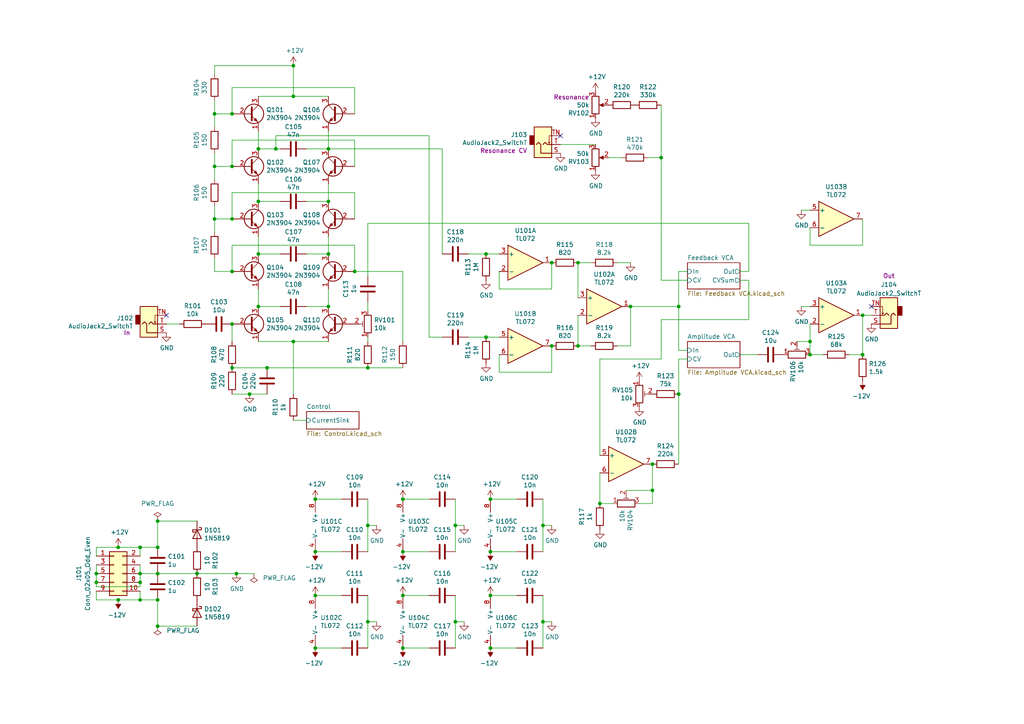
<source format=kicad_sch>
(kicad_sch (version 20211123) (generator eeschema)
  (paper "A4")
  (lib_symbols
    (symbol "Amplifier_Operational:TL072" (pin_names (offset 0.127))
      (property "Reference" "U" (at 0 5.08 0))
      (property "Value" "TL072" (at 0 -5.08 0))
      (symbol "TL072_1_1"
        (polyline (pts (xy -5.08 5.08) (xy 5.08 0) (xy -5.08 -5.08) (xy -5.08 5.08)) (stroke (width 0.254)) (fill (type background)))
        (pin output line (at 7.62 0 180) (length 2.54) (name "~") (number "1"))
        (pin input line (at -7.62 -2.54 0) (length 2.54) (name "-") (number "2"))
        (pin input line (at -7.62 2.54 0) (length 2.54) (name "+") (number "3"))
      )
      (symbol "TL072_2_1"
        (polyline (pts (xy -5.08 5.08) (xy 5.08 0) (xy -5.08 -5.08) (xy -5.08 5.08)) (stroke (width 0.254)) (fill (type background)))
        (pin input line (at -7.62 2.54 0) (length 2.54) (name "+") (number "5"))
        (pin input line (at -7.62 -2.54 0) (length 2.54) (name "-") (number "6"))
        (pin output line (at 7.62 0 180) (length 2.54) (name "~") (number "7"))
      )
      (symbol "TL072_3_1"
        (pin power_in line (at -2.54 -7.62 90) (length 3.81) (name "V-") (number "4"))
        (pin power_in line (at -2.54 7.62 270) (length 3.81) (name "V+") (number "8"))
      )
    )
    (symbol "Connector:AudioJack2_SwitchT"
      (property "Reference" "J" (at 0 8.89 0))
      (property "Value" "AudioJack2_SwitchT" (at 0 6.35 0))
      (symbol "AudioJack2_SwitchT_0_1"
        (rectangle (start -2.54 0) (end -3.81 -2.54) (stroke (width 0.254)) (fill (type outline)))
        (polyline (pts (xy 1.778 -0.254) (xy 2.032 -0.762)))
        (polyline (pts (xy 0 0) (xy 0.635 -0.635) (xy 1.27 0) (xy 2.54 0)) (stroke (width 0.254)))
        (polyline (pts (xy 2.54 -2.54) (xy 1.778 -2.54) (xy 1.778 -0.254) (xy 1.524 -0.762)))
        (polyline (pts (xy 2.54 2.54) (xy -0.635 2.54) (xy -0.635 0) (xy -1.27 -0.635) (xy -1.905 0)) (stroke (width 0.254)))
        (rectangle (start 2.54 3.81) (end -2.54 -5.08) (stroke (width 0.254)) (fill (type background)))
      )
      (symbol "AudioJack2_SwitchT_1_1"
        (pin passive line (at 5.08 2.54 180) (length 2.54) (name "~") (number "S"))
        (pin passive line (at 5.08 0 180) (length 2.54) (name "~") (number "T"))
        (pin passive line (at 5.08 -2.54 180) (length 2.54) (name "~") (number "TN"))
      )
    )
    (symbol "Connector_Generic:Conn_02x05_Odd_Even" (pin_names (offset 1.016) hide)
      (property "Reference" "J" (at 1.27 7.62 0))
      (property "Value" "Conn_02x05_Odd_Even" (at 1.27 -7.62 0))
      (symbol "Conn_02x05_Odd_Even_1_1"
        (rectangle (start -1.27 -4.953) (end 0 -5.207) (stroke (width 0.1524)))
        (rectangle (start -1.27 -2.413) (end 0 -2.667) (stroke (width 0.1524)))
        (rectangle (start -1.27 0.127) (end 0 -0.127) (stroke (width 0.1524)))
        (rectangle (start -1.27 2.667) (end 0 2.413) (stroke (width 0.1524)))
        (rectangle (start -1.27 5.207) (end 0 4.953) (stroke (width 0.1524)))
        (rectangle (start -1.27 6.35) (end 3.81 -6.35) (stroke (width 0.254)) (fill (type background)))
        (rectangle (start 3.81 -4.953) (end 2.54 -5.207) (stroke (width 0.1524)))
        (rectangle (start 3.81 -2.413) (end 2.54 -2.667) (stroke (width 0.1524)))
        (rectangle (start 3.81 0.127) (end 2.54 -0.127) (stroke (width 0.1524)))
        (rectangle (start 3.81 2.667) (end 2.54 2.413) (stroke (width 0.1524)))
        (rectangle (start 3.81 5.207) (end 2.54 4.953) (stroke (width 0.1524)))
        (pin passive line (at -5.08 5.08 0) (length 3.81) (name "Pin_1") (number "1"))
        (pin passive line (at 7.62 -5.08 180) (length 3.81) (name "Pin_10") (number "10"))
        (pin passive line (at 7.62 5.08 180) (length 3.81) (name "Pin_2") (number "2"))
        (pin passive line (at -5.08 2.54 0) (length 3.81) (name "Pin_3") (number "3"))
        (pin passive line (at 7.62 2.54 180) (length 3.81) (name "Pin_4") (number "4"))
        (pin passive line (at -5.08 0 0) (length 3.81) (name "Pin_5") (number "5"))
        (pin passive line (at 7.62 0 180) (length 3.81) (name "Pin_6") (number "6"))
        (pin passive line (at -5.08 -2.54 0) (length 3.81) (name "Pin_7") (number "7"))
        (pin passive line (at 7.62 -2.54 180) (length 3.81) (name "Pin_8") (number "8"))
        (pin passive line (at -5.08 -5.08 0) (length 3.81) (name "Pin_9") (number "9"))
      )
    )
    (symbol "Device:C" (pin_numbers hide) (pin_names (offset 0.254))
      (property "Reference" "C" (at 0.635 2.54 0))
      (property "Value" "C" (at 0.635 -2.54 0))
      (symbol "C_0_1"
        (polyline (pts (xy -2.032 -0.762) (xy 2.032 -0.762)) (stroke (width 0.508)))
        (polyline (pts (xy -2.032 0.762) (xy 2.032 0.762)) (stroke (width 0.508)))
      )
      (symbol "C_1_1"
        (pin passive line (at 0 3.81 270) (length 2.794) (name "~") (number "1"))
        (pin passive line (at 0 -3.81 90) (length 2.794) (name "~") (number "2"))
      )
    )
    (symbol "Device:R" (pin_numbers hide) (pin_names (offset 0))
      (property "Reference" "R" (at 2.032 0 90))
      (property "Value" "R" (at 0 0 90))
      (symbol "R_0_1"
        (rectangle (start -1.016 -2.54) (end 1.016 2.54) (stroke (width 0.254)))
      )
      (symbol "R_1_1"
        (pin passive line (at 0 3.81 270) (length 1.27) (name "~") (number "1"))
        (pin passive line (at 0 -3.81 90) (length 1.27) (name "~") (number "2"))
      )
    )
    (symbol "Device:R_Potentiometer" (pin_names (offset 1.016) hide)
      (property "Reference" "RV" (at -4.445 0 90))
      (property "Value" "R_Potentiometer" (at -2.54 0 90))
      (symbol "R_Potentiometer_0_1"
        (polyline (pts (xy 2.54 0) (xy 1.524 0)))
        (polyline (pts (xy 1.143 0) (xy 2.286 0.508) (xy 2.286 -0.508) (xy 1.143 0)) (fill (type outline)))
        (rectangle (start 1.016 2.54) (end -1.016 -2.54) (stroke (width 0.254)))
      )
      (symbol "R_Potentiometer_1_1"
        (pin passive line (at 0 3.81 270) (length 1.27) (name "1") (number "1"))
        (pin passive line (at 3.81 0 180) (length 1.27) (name "2") (number "2"))
        (pin passive line (at 0 -3.81 90) (length 1.27) (name "3") (number "3"))
      )
    )
    (symbol "Device:R_Potentiometer_Trim" (pin_names (offset 1.016) hide)
      (property "Reference" "RV" (at -4.445 0 90))
      (property "Value" "R_Potentiometer_Trim" (at -2.54 0 90))
      (symbol "R_Potentiometer_Trim_0_1"
        (polyline (pts (xy 1.524 0.762) (xy 1.524 -0.762)))
        (polyline (pts (xy 2.54 0) (xy 1.524 0)))
        (rectangle (start 1.016 2.54) (end -1.016 -2.54) (stroke (width 0.254)))
      )
      (symbol "R_Potentiometer_Trim_1_1"
        (pin passive line (at 0 3.81 270) (length 1.27) (name "1") (number "1"))
        (pin passive line (at 3.81 0 180) (length 1.27) (name "2") (number "2"))
        (pin passive line (at 0 -3.81 90) (length 1.27) (name "3") (number "3"))
      )
    )
    (symbol "Diode:1N5819" (pin_numbers hide) (pin_names (offset 1.016) hide)
      (property "Reference" "D" (at 0 2.54 0))
      (property "Value" "1N5819" (at 0 -2.54 0))
      (symbol "1N5819_0_1"
        (polyline (pts (xy 1.27 0) (xy -1.27 0)))
        (polyline (pts (xy 1.27 1.27) (xy 1.27 -1.27) (xy -1.27 0) (xy 1.27 1.27)) (stroke (width 0.254)))
        (polyline (pts (xy -1.905 0.635) (xy -1.905 1.27) (xy -1.27 1.27) (xy -1.27 -1.27) (xy -0.635 -1.27) (xy -0.635 -0.635)) (stroke (width 0.254)))
      )
      (symbol "1N5819_1_1"
        (pin passive line (at -3.81 0 0) (length 2.54) (name "K") (number "1"))
        (pin passive line (at 3.81 0 180) (length 2.54) (name "A") (number "2"))
      )
    )
    (symbol "Transistor_BJT:2N3904" (pin_names (offset 0) hide)
      (property "Reference" "Q" (at 5.08 1.905 0))
      (property "Value" "2N3904" (at 5.08 0 0))
      (symbol "2N3904_0_1"
        (polyline (pts (xy 0.635 0.635) (xy 2.54 2.54)))
        (polyline (pts (xy 0.635 -0.635) (xy 2.54 -2.54) (xy 2.54 -2.54)))
        (polyline (pts (xy 0.635 1.905) (xy 0.635 -1.905) (xy 0.635 -1.905)) (stroke (width 0.508)))
        (polyline (pts (xy 1.27 -1.778) (xy 1.778 -1.27) (xy 2.286 -2.286) (xy 1.27 -1.778) (xy 1.27 -1.778)) (fill (type outline)))
        (circle (center 1.27 0) (radius 2.8194) (stroke (width 0.254)))
      )
      (symbol "2N3904_1_1"
        (pin passive line (at 2.54 -5.08 90) (length 2.54) (name "E") (number "1"))
        (pin passive line (at -5.08 0 0) (length 5.715) (name "B") (number "2"))
        (pin passive line (at 2.54 5.08 270) (length 2.54) (name "C") (number "3"))
      )
    )
    (symbol "power:+12V" (power) (pin_names (offset 0))
      (property "Value" "+12V" (at 0 3.556 0))
      (symbol "+12V_0_1"
        (polyline (pts (xy -0.762 1.27) (xy 0 2.54)))
        (polyline (pts (xy 0 0) (xy 0 2.54)))
        (polyline (pts (xy 0 2.54) (xy 0.762 1.27)))
      )
      (symbol "+12V_1_1"
        (pin power_in line (at 0 0 90) (length 0) hide (name "+12V") (number "1"))
      )
    )
    (symbol "power:-12V" (power) (pin_names (offset 0))
      (property "Value" "-12V" (at 0 3.81 0))
      (symbol "-12V_0_0"
        (pin power_in line (at 0 0 90) (length 0) hide (name "-12V") (number "1"))
      )
      (symbol "-12V_0_1"
        (polyline (pts (xy 0 0) (xy 0 1.27) (xy 0.762 1.27) (xy 0 2.54) (xy -0.762 1.27) (xy 0 1.27)) (fill (type outline)))
      )
    )
    (symbol "power:GND" (power) (pin_names (offset 0))
      (property "Value" "GND" (at 0 -3.81 0))
      (symbol "GND_0_1"
        (polyline (pts (xy 0 0) (xy 0 -1.27) (xy 1.27 -1.27) (xy 0 -2.54) (xy -1.27 -1.27) (xy 0 -1.27)))
      )
      (symbol "GND_1_1"
        (pin power_in line (at 0 0 270) (length 0) hide (name "GND") (number "1"))
      )
    )
    (symbol "power:PWR_FLAG" (power) (pin_numbers hide) (pin_names (offset 0) hide)
      (property "Value" "PWR_FLAG" (at 0 3.81 0))
      (symbol "PWR_FLAG_0_0"
        (pin power_out line (at 0 0 90) (length 0) (name "pwr") (number "1"))
      )
      (symbol "PWR_FLAG_0_1"
        (polyline (pts (xy 0 0) (xy 0 1.27) (xy -1.016 1.905) (xy 0 2.54) (xy 1.016 1.905) (xy 0 1.27)))
      )
    )
  )
  (junction (at 67.31 63.5))
  (junction (at 74.93 58.42))
  (junction (at 91.44 160.02))
  (junction (at 160.02 76.2))
  (junction (at 191.77 45.72))
  (junction (at 167.64 100.33))
  (junction (at 40.64 166.37))
  (junction (at 45.72 181.61))
  (junction (at 80.01 43.18))
  (junction (at 67.31 78.74))
  (junction (at 74.93 43.18))
  (junction (at 27.94 168.91))
  (junction (at 234.95 102.87))
  (junction (at 250.19 91.44))
  (junction (at 196.85 88.9))
  (junction (at 67.31 33.02))
  (junction (at 74.93 73.66))
  (junction (at 91.44 187.96))
  (junction (at 250.19 102.87))
  (junction (at 102.87 78.74))
  (junction (at 116.84 144.78))
  (junction (at 40.64 168.91))
  (junction (at 157.48 152.4))
  (junction (at 157.48 180.34))
  (junction (at 45.72 173.99))
  (junction (at 45.72 166.37))
  (junction (at 34.29 158.75))
  (junction (at 62.23 48.26))
  (junction (at 85.09 99.06))
  (junction (at 196.85 114.3))
  (junction (at 132.08 180.34))
  (junction (at 142.24 187.96))
  (junction (at 182.88 88.9))
  (junction (at 167.64 76.2))
  (junction (at 106.68 106.68))
  (junction (at 91.44 144.78))
  (junction (at 40.64 173.99))
  (junction (at 67.31 93.98))
  (junction (at 234.95 99.06))
  (junction (at 160.02 100.33))
  (junction (at 77.47 106.68))
  (junction (at 142.24 172.72))
  (junction (at 27.94 166.37))
  (junction (at 189.23 142.24))
  (junction (at 62.23 33.02))
  (junction (at 34.29 173.99))
  (junction (at 40.64 158.75))
  (junction (at 62.23 63.5))
  (junction (at 173.99 146.05))
  (junction (at 106.68 152.4))
  (junction (at 132.08 152.4))
  (junction (at 72.39 114.3))
  (junction (at 67.31 106.68))
  (junction (at 140.97 73.66))
  (junction (at 106.68 180.34))
  (junction (at 142.24 144.78))
  (junction (at 85.09 19.05))
  (junction (at 45.72 151.13))
  (junction (at 116.84 187.96))
  (junction (at 140.97 97.79))
  (junction (at 116.84 172.72))
  (junction (at 45.72 158.75))
  (junction (at 116.84 160.02))
  (junction (at 57.15 166.37))
  (junction (at 85.09 27.94))
  (junction (at 95.25 88.9))
  (junction (at 74.93 88.9))
  (junction (at 91.44 172.72))
  (junction (at 95.25 43.18))
  (junction (at 68.58 166.37))
  (junction (at 95.25 58.42))
  (junction (at 67.31 48.26))
  (junction (at 95.25 73.66))
  (junction (at 142.24 160.02))
  (junction (at 189.23 134.62))
  (no_connect (at 48.26 91.44))
  (no_connect (at 252.73 88.9))
  (no_connect (at 162.56 39.37))
  (wire (pts (xy 124.46 172.72) (xy 116.84 172.72)))
  (wire (pts (xy 196.85 114.3) (xy 196.85 134.62)))
  (wire (pts (xy 157.48 180.34) (xy 157.48 187.96)))
  (wire (pts (xy 217.17 81.28) (xy 214.63 81.28)))
  (wire (pts (xy 106.68 152.4) (xy 106.68 160.02)))
  (wire (pts (xy 102.87 78.74) (xy 116.84 78.74)))
  (wire (pts (xy 140.97 73.66) (xy 144.78 73.66)))
  (wire (pts (xy 149.86 172.72) (xy 142.24 172.72)))
  (wire (pts (xy 88.9 88.9) (xy 95.25 88.9)))
  (wire (pts (xy 250.19 91.44) (xy 252.73 91.44)))
  (wire (pts (xy 116.84 187.96) (xy 124.46 187.96)))
  (wire (pts (xy 191.77 81.28) (xy 199.39 81.28)))
  (wire (pts (xy 140.97 97.79) (xy 144.78 97.79)))
  (wire (pts (xy 171.45 76.2) (xy 167.64 76.2)))
  (wire (pts (xy 142.24 187.96) (xy 149.86 187.96)))
  (wire (pts (xy 67.31 63.5) (xy 67.31 55.88)))
  (wire (pts (xy 160.02 76.2) (xy 160.02 83.82)))
  (wire (pts (xy 27.94 171.45) (xy 27.94 173.99)))
  (wire (pts (xy 250.19 71.12) (xy 250.19 63.5)))
  (wire (pts (xy 91.44 160.02) (xy 99.06 160.02)))
  (wire (pts (xy 62.23 59.69) (xy 62.23 63.5)))
  (wire (pts (xy 72.39 114.3) (xy 77.47 114.3)))
  (wire (pts (xy 189.23 142.24) (xy 189.23 134.62)))
  (wire (pts (xy 250.19 102.87) (xy 250.19 91.44)))
  (wire (pts (xy 173.99 104.14) (xy 191.77 104.14)))
  (wire (pts (xy 132.08 180.34) (xy 132.08 187.96)))
  (wire (pts (xy 106.68 87.63) (xy 106.68 90.17)))
  (wire (pts (xy 85.09 121.92) (xy 88.9 121.92)))
  (wire (pts (xy 144.78 102.87) (xy 144.78 107.95)))
  (wire (pts (xy 196.85 88.9) (xy 196.85 101.6)))
  (wire (pts (xy 40.64 161.29) (xy 40.64 158.75)))
  (wire (pts (xy 48.26 93.98) (xy 52.07 93.98)))
  (wire (pts (xy 106.68 180.34) (xy 109.22 180.34)))
  (wire (pts (xy 74.93 99.06) (xy 85.09 99.06)))
  (wire (pts (xy 182.88 88.9) (xy 196.85 88.9)))
  (wire (pts (xy 157.48 172.72) (xy 157.48 180.34)))
  (wire (pts (xy 157.48 180.34) (xy 160.02 180.34)))
  (wire (pts (xy 144.78 107.95) (xy 160.02 107.95)))
  (wire (pts (xy 67.31 40.64) (xy 102.87 40.64)))
  (wire (pts (xy 185.42 146.05) (xy 189.23 146.05)))
  (wire (pts (xy 45.72 181.61) (xy 57.15 181.61)))
  (wire (pts (xy 67.31 55.88) (xy 102.87 55.88)))
  (wire (pts (xy 67.31 25.4) (xy 102.87 25.4)))
  (wire (pts (xy 106.68 180.34) (xy 106.68 187.96)))
  (wire (pts (xy 74.93 88.9) (xy 81.28 88.9)))
  (wire (pts (xy 27.94 166.37) (xy 27.94 168.91)))
  (wire (pts (xy 214.63 102.87) (xy 219.71 102.87)))
  (wire (pts (xy 67.31 33.02) (xy 67.31 25.4)))
  (wire (pts (xy 191.77 45.72) (xy 191.77 81.28)))
  (wire (pts (xy 68.58 166.37) (xy 73.66 166.37)))
  (wire (pts (xy 167.64 91.44) (xy 167.64 100.33)))
  (wire (pts (xy 85.09 27.94) (xy 95.25 27.94)))
  (wire (pts (xy 196.85 104.14) (xy 196.85 114.3)))
  (wire (pts (xy 40.64 166.37) (xy 45.72 166.37)))
  (wire (pts (xy 40.64 173.99) (xy 45.72 173.99)))
  (wire (pts (xy 157.48 152.4) (xy 157.48 160.02)))
  (wire (pts (xy 45.72 173.99) (xy 45.72 181.61)))
  (wire (pts (xy 102.87 71.12) (xy 102.87 78.74)))
  (wire (pts (xy 132.08 180.34) (xy 134.62 180.34)))
  (wire (pts (xy 80.01 43.18) (xy 80.01 39.37)))
  (wire (pts (xy 62.23 19.05) (xy 85.09 19.05)))
  (wire (pts (xy 62.23 36.83) (xy 62.23 33.02)))
  (wire (pts (xy 167.64 76.2) (xy 167.64 86.36)))
  (wire (pts (xy 144.78 83.82) (xy 160.02 83.82)))
  (wire (pts (xy 67.31 48.26) (xy 67.31 40.64)))
  (wire (pts (xy 106.68 172.72) (xy 106.68 180.34)))
  (wire (pts (xy 67.31 93.98) (xy 67.31 99.06)))
  (wire (pts (xy 128.27 43.18) (xy 128.27 73.66)))
  (wire (pts (xy 106.68 80.01) (xy 106.68 64.77)))
  (wire (pts (xy 74.93 83.82) (xy 74.93 88.9)))
  (wire (pts (xy 157.48 144.78) (xy 157.48 152.4)))
  (wire (pts (xy 67.31 114.3) (xy 72.39 114.3)))
  (wire (pts (xy 124.46 97.79) (xy 128.27 97.79)))
  (wire (pts (xy 85.09 19.05) (xy 85.09 27.94)))
  (wire (pts (xy 132.08 152.4) (xy 134.62 152.4)))
  (wire (pts (xy 124.46 144.78) (xy 116.84 144.78)))
  (wire (pts (xy 77.47 106.68) (xy 106.68 106.68)))
  (wire (pts (xy 95.25 83.82) (xy 95.25 88.9)))
  (wire (pts (xy 116.84 160.02) (xy 124.46 160.02)))
  (wire (pts (xy 135.89 73.66) (xy 140.97 73.66)))
  (wire (pts (xy 234.95 102.87) (xy 238.76 102.87)))
  (wire (pts (xy 62.23 78.74) (xy 62.23 74.93)))
  (wire (pts (xy 62.23 67.31) (xy 62.23 63.5)))
  (wire (pts (xy 99.06 172.72) (xy 91.44 172.72)))
  (wire (pts (xy 74.93 68.58) (xy 74.93 73.66)))
  (wire (pts (xy 189.23 146.05) (xy 189.23 142.24)))
  (wire (pts (xy 74.93 58.42) (xy 81.28 58.42)))
  (wire (pts (xy 234.95 99.06) (xy 234.95 102.87)))
  (wire (pts (xy 40.64 166.37) (xy 40.64 168.91)))
  (wire (pts (xy 74.93 53.34) (xy 74.93 58.42)))
  (wire (pts (xy 179.07 76.2) (xy 182.88 76.2)))
  (wire (pts (xy 27.94 163.83) (xy 27.94 166.37)))
  (wire (pts (xy 74.93 43.18) (xy 80.01 43.18)))
  (wire (pts (xy 95.25 53.34) (xy 95.25 58.42)))
  (wire (pts (xy 95.25 38.1) (xy 95.25 43.18)))
  (wire (pts (xy 179.07 100.33) (xy 182.88 100.33)))
  (wire (pts (xy 217.17 64.77) (xy 217.17 78.74)))
  (wire (pts (xy 74.93 73.66) (xy 81.28 73.66)))
  (wire (pts (xy 62.23 52.07) (xy 62.23 48.26)))
  (wire (pts (xy 45.72 151.13) (xy 57.15 151.13)))
  (wire (pts (xy 191.77 30.48) (xy 191.77 45.72)))
  (wire (pts (xy 67.31 71.12) (xy 102.87 71.12)))
  (wire (pts (xy 27.94 161.29) (xy 27.94 158.75)))
  (wire (pts (xy 67.31 78.74) (xy 67.31 71.12)))
  (wire (pts (xy 85.09 99.06) (xy 85.09 114.3)))
  (wire (pts (xy 149.86 144.78) (xy 142.24 144.78)))
  (wire (pts (xy 132.08 152.4) (xy 132.08 160.02)))
  (wire (pts (xy 199.39 104.14) (xy 196.85 104.14)))
  (wire (pts (xy 144.78 78.74) (xy 144.78 83.82)))
  (wire (pts (xy 102.87 25.4) (xy 102.87 33.02)))
  (wire (pts (xy 217.17 92.71) (xy 217.17 81.28)))
  (wire (pts (xy 196.85 88.9) (xy 196.85 78.74)))
  (wire (pts (xy 88.9 58.42) (xy 95.25 58.42)))
  (wire (pts (xy 74.93 27.94) (xy 85.09 27.94)))
  (wire (pts (xy 181.61 142.24) (xy 189.23 142.24)))
  (wire (pts (xy 91.44 187.96) (xy 99.06 187.96)))
  (wire (pts (xy 234.95 66.04) (xy 234.95 71.12)))
  (wire (pts (xy 234.95 71.12) (xy 250.19 71.12)))
  (wire (pts (xy 106.68 152.4) (xy 109.22 152.4)))
  (wire (pts (xy 99.06 144.78) (xy 91.44 144.78)))
  (wire (pts (xy 106.68 64.77) (xy 217.17 64.77)))
  (wire (pts (xy 106.68 106.68) (xy 116.84 106.68)))
  (wire (pts (xy 217.17 78.74) (xy 214.63 78.74)))
  (wire (pts (xy 191.77 104.14) (xy 191.77 92.71)))
  (wire (pts (xy 62.23 29.21) (xy 62.23 33.02)))
  (wire (pts (xy 40.64 170.18) (xy 40.64 168.91)))
  (wire (pts (xy 176.53 45.72) (xy 180.34 45.72)))
  (wire (pts (xy 40.64 171.45) (xy 40.64 173.99)))
  (wire (pts (xy 142.24 160.02) (xy 149.86 160.02)))
  (wire (pts (xy 62.23 21.59) (xy 62.23 19.05)))
  (wire (pts (xy 40.64 158.75) (xy 45.72 158.75)))
  (wire (pts (xy 106.68 97.79) (xy 106.68 99.06)))
  (wire (pts (xy 67.31 106.68) (xy 77.47 106.68)))
  (wire (pts (xy 62.23 48.26) (xy 62.23 44.45)))
  (wire (pts (xy 246.38 102.87) (xy 250.19 102.87)))
  (wire (pts (xy 95.25 68.58) (xy 95.25 73.66)))
  (wire (pts (xy 102.87 40.64) (xy 102.87 48.26)))
  (wire (pts (xy 27.94 170.18) (xy 40.64 170.18)))
  (wire (pts (xy 85.09 99.06) (xy 95.25 99.06)))
  (wire (pts (xy 196.85 78.74) (xy 199.39 78.74)))
  (wire (pts (xy 67.31 48.26) (xy 62.23 48.26)))
  (wire (pts (xy 173.99 146.05) (xy 177.8 146.05)))
  (wire (pts (xy 182.88 88.9) (xy 182.88 100.33)))
  (wire (pts (xy 167.64 100.33) (xy 171.45 100.33)))
  (wire (pts (xy 34.29 173.99) (xy 40.64 173.99)))
  (wire (pts (xy 116.84 78.74) (xy 116.84 99.06)))
  (wire (pts (xy 173.99 104.14) (xy 173.99 132.08)))
  (wire (pts (xy 27.94 173.99) (xy 34.29 173.99)))
  (wire (pts (xy 160.02 100.33) (xy 160.02 107.95)))
  (wire (pts (xy 162.56 41.91) (xy 172.72 41.91)))
  (wire (pts (xy 88.9 43.18) (xy 95.25 43.18)))
  (wire (pts (xy 62.23 63.5) (xy 67.31 63.5)))
  (wire (pts (xy 232.41 60.96) (xy 234.95 60.96)))
  (wire (pts (xy 157.48 152.4) (xy 160.02 152.4)))
  (wire (pts (xy 191.77 45.72) (xy 187.96 45.72)))
  (wire (pts (xy 234.95 93.98) (xy 234.95 99.06)))
  (wire (pts (xy 132.08 172.72) (xy 132.08 180.34)))
  (wire (pts (xy 232.41 88.9) (xy 234.95 88.9)))
  (wire (pts (xy 132.08 144.78) (xy 132.08 152.4)))
  (wire (pts (xy 57.15 166.37) (xy 68.58 166.37)))
  (wire (pts (xy 88.9 73.66) (xy 95.25 73.66)))
  (wire (pts (xy 80.01 39.37) (xy 124.46 39.37)))
  (wire (pts (xy 62.23 33.02) (xy 67.31 33.02)))
  (wire (pts (xy 231.14 99.06) (xy 234.95 99.06)))
  (wire (pts (xy 135.89 97.79) (xy 140.97 97.79)))
  (wire (pts (xy 34.29 158.75) (xy 40.64 158.75)))
  (wire (pts (xy 67.31 78.74) (xy 62.23 78.74)))
  (wire (pts (xy 191.77 92.71) (xy 217.17 92.71)))
  (wire (pts (xy 173.99 137.16) (xy 173.99 146.05)))
  (wire (pts (xy 45.72 151.13) (xy 45.72 158.75)))
  (wire (pts (xy 124.46 39.37) (xy 124.46 97.79)))
  (wire (pts (xy 74.93 38.1) (xy 74.93 43.18)))
  (wire (pts (xy 106.68 144.78) (xy 106.68 152.4)))
  (wire (pts (xy 80.01 43.18) (xy 81.28 43.18)))
  (wire (pts (xy 95.25 43.18) (xy 128.27 43.18)))
  (wire (pts (xy 196.85 101.6) (xy 199.39 101.6)))
  (wire (pts (xy 27.94 158.75) (xy 34.29 158.75)))
  (wire (pts (xy 27.94 168.91) (xy 27.94 170.18)))
  (wire (pts (xy 102.87 55.88) (xy 102.87 63.5)))
  (wire (pts (xy 40.64 163.83) (xy 40.64 166.37)))
  (wire (pts (xy 45.72 166.37) (xy 57.15 166.37)))
  (symbol (lib_id "Connector_Generic:Conn_02x05_Odd_Even") (at 33.02 166.37 0) (unit 1)
    (property "Reference" "J101" (at 22.86 166.37 90))
    (property "Value" "Conn_02x05_Odd_Even" (at 25.4 166.37 90))
    (property "Footprint" "Connector_PinHeader_2.54mm:PinHeader_2x05_P2.54mm_Vertical" (effects hide))
  )
  (symbol (lib_id "Device:C") (at 45.72 162.56 0) (unit 1)
    (property "Reference" "C101" (at 48.641 161.3916 0) (effects (justify left)))
    (property "Value" "1u" (at 48.641 163.703 0) (effects (justify left)))
    (property "Footprint" "Capacitor_THT:C_Disc_D5.0mm_W2.5mm_P5.00mm" (effects hide))
  )
  (symbol (lib_id "Device:C") (at 45.72 170.18 0) (unit 1)
    (property "Reference" "C102" (at 48.641 169.0116 0) (effects (justify left)))
    (property "Value" "1u" (at 48.641 171.323 0) (effects (justify left)))
    (property "Footprint" "Capacitor_THT:C_Disc_D5.0mm_W2.5mm_P5.00mm" (effects hide))
  )
  (symbol (lib_id "power:+12V") (at 34.29 158.75 0) (unit 1)
    (property "Reference" "#PWR0101" (effects hide))
    (property "Value" "+12V" (at 34.671 154.3558 0))
  )
  (symbol (lib_id "power:-12V") (at 34.29 173.99 180) (unit 1)
    (property "Reference" "#PWR0102" (effects hide))
    (property "Value" "-12V" (at 33.909 178.3842 0))
  )
  (symbol (lib_id "Diode:1N5819") (at 57.15 154.94 270) (unit 1)
    (property "Reference" "D101" (at 59.182 153.7716 90) (effects (justify left)))
    (property "Value" "1N5819" (at 59.182 156.083 90) (effects (justify left)))
    (property "Footprint" "Diode_THT:D_DO-41_SOD81_P10.16mm_Horizontal" (effects hide))
    (property "Datasheet" "http://www.vishay.com/docs/88525/1n5817.pdf" (effects hide))
  )
  (symbol (lib_id "Connector:AudioJack2_SwitchT") (at 43.18 93.98 0) (mirror x) (unit 1)
    (property "Reference" "J102" (at 38.6334 92.2782 0) (effects (justify right)))
    (property "Value" "AudioJack2_SwitchT" (at 38.6334 94.5896 0) (effects (justify right)))
    (property "Footprint" "Connector_Audio:Jack_3.5mm_QingPu_WQP-PJ398SM_Vertical_CircularHoles" (effects hide))
    (property "Description" "In" (at 36.83 96.52 0))
  )
  (symbol (lib_id "power:GND") (at 48.26 96.52 0) (unit 1)
    (property "Reference" "#PWR0103" (effects hide))
    (property "Value" "GND" (at 48.387 100.9142 0))
  )
  (symbol (lib_id "Device:C") (at 102.87 144.78 90)
    (property "Reference" "C109" (at 102.87 138.3792 90))
    (property "Value" "10n" (at 102.87 140.6906 90))
    (property "Footprint" "Capacitor_THT:C_Disc_D5.0mm_W2.5mm_P5.00mm" (effects hide))
  )
  (symbol (lib_id "power:+12V") (at 91.44 144.78 0)
    (property "Reference" "#PWR0106" (effects hide))
    (property "Value" "+12V" (at 91.821 140.3858 0))
  )
  (symbol (lib_id "Device:C") (at 102.87 160.02 90)
    (property "Reference" "C110" (at 102.87 153.6192 90))
    (property "Value" "10n" (at 102.87 155.9306 90))
    (property "Footprint" "Capacitor_THT:C_Disc_D5.0mm_W2.5mm_P5.00mm" (effects hide))
  )
  (symbol (lib_id "power:GND") (at 109.22 152.4 0)
    (property "Reference" "#PWR0111" (effects hide))
    (property "Value" "GND" (at 109.347 156.7942 0))
  )
  (symbol (lib_id "Device:R") (at 57.15 162.56 180) (unit 1)
    (property "Reference" "R102" (at 62.4078 162.56 90))
    (property "Value" "10" (at 60.0964 162.56 90))
    (property "Footprint" "Resistor_THT:R_Axial_DIN0207_L6.3mm_D2.5mm_P7.62mm_Horizontal" (effects hide))
  )
  (symbol (lib_id "Device:R") (at 57.15 170.18 180) (unit 1)
    (property "Reference" "R103" (at 62.4078 170.18 90))
    (property "Value" "10" (at 60.0964 170.18 90))
    (property "Footprint" "Resistor_THT:R_Axial_DIN0207_L6.3mm_D2.5mm_P7.62mm_Horizontal" (effects hide))
  )
  (symbol (lib_id "Device:R") (at 55.88 93.98 270) (unit 1)
    (property "Reference" "R101" (at 55.88 88.7222 90))
    (property "Value" "10k" (at 55.88 91.0336 90))
    (property "Footprint" "Resistor_THT:R_Axial_DIN0207_L6.3mm_D2.5mm_P7.62mm_Horizontal" (effects hide))
  )
  (symbol (lib_id "Device:C") (at 63.5 93.98 90)
    (property "Reference" "C103" (at 63.5 87.5792 90))
    (property "Value" "10u" (at 63.5 89.8906 90))
    (property "Footprint" "Capacitor_THT:C_Disc_D5.0mm_W2.5mm_P5.00mm" (effects hide))
  )
  (symbol (lib_id "Transistor_BJT:2N3904") (at 72.39 93.98 0) (unit 1)
    (property "Reference" "Q105" (at 77.216 92.8116 0) (effects (justify left)))
    (property "Value" "2N3904" (at 77.216 95.123 0) (effects (justify left)))
    (property "Footprint" "Package_TO_SOT_THT:TO-92_Wide" (effects hide))
    (property "Datasheet" "https://www.onsemi.com/pub/Collateral/2N3903-D.PDF" (effects hide))
  )
  (symbol (lib_id "power:-12V") (at 91.44 160.02 180)
    (property "Reference" "#PWR0107" (effects hide))
    (property "Value" "-12V" (at 91.059 164.4142 0))
  )
  (symbol (lib_id "Device:R") (at 180.34 30.48 90)
    (property "Reference" "R120" (at 180.34 25.2222 90))
    (property "Value" "220k" (at 180.34 27.5336 90))
    (property "Footprint" "Resistor_THT:R_Axial_DIN0207_L6.3mm_D2.5mm_P7.62mm_Horizontal" (effects hide))
  )
  (symbol (lib_id "Device:R") (at 187.96 30.48 90)
    (property "Reference" "R122" (at 187.96 25.2222 90))
    (property "Value" "330k" (at 187.96 27.5336 90))
    (property "Footprint" "Resistor_THT:R_Axial_DIN0207_L6.3mm_D2.5mm_P7.62mm_Horizontal" (effects hide))
  )
  (symbol (lib_id "Device:R") (at 184.15 45.72 90)
    (property "Reference" "R121" (at 184.15 40.4622 90))
    (property "Value" "470k" (at 184.15 42.7736 90))
    (property "Footprint" "Resistor_THT:R_Axial_DIN0207_L6.3mm_D2.5mm_P7.62mm_Horizontal" (effects hide))
  )
  (symbol (lib_id "Device:C") (at 85.09 88.9 90)
    (property "Reference" "C108" (at 85.09 82.4992 90))
    (property "Value" "47n" (at 85.09 84.8106 90))
    (property "Footprint" "Capacitor_THT:C_Disc_D5.0mm_W2.5mm_P5.00mm" (effects hide))
  )
  (symbol (lib_id "Transistor_BJT:2N3904") (at 97.79 93.98 0) (mirror y) (unit 1)
    (property "Reference" "Q110" (at 92.9386 92.8116 0) (effects (justify left)))
    (property "Value" "2N3904" (at 92.9386 95.123 0) (effects (justify left)))
    (property "Footprint" "Package_TO_SOT_THT:TO-92_Wide" (effects hide))
    (property "Datasheet" "https://www.onsemi.com/pub/Collateral/2N3903-D.PDF" (effects hide))
  )
  (symbol (lib_id "Amplifier_Operational:TL072") (at 181.61 134.62 0) (unit 2)
    (property "Reference" "U102" (at 181.61 125.2982 0))
    (property "Value" "TL072" (at 181.61 127.6096 0))
    (property "Footprint" "Package_DIP:DIP-8_W7.62mm_Socket" (effects hide))
    (property "Datasheet" "http://www.ti.com/lit/ds/symlink/tl071.pdf" (effects hide))
  )
  (symbol (lib_id "Transistor_BJT:2N3904") (at 72.39 78.74 0) (unit 1)
    (property "Reference" "Q104" (at 77.216 77.5716 0) (effects (justify left)))
    (property "Value" "2N3904" (at 77.216 79.883 0) (effects (justify left)))
    (property "Footprint" "Package_TO_SOT_THT:TO-92_Wide" (effects hide))
    (property "Datasheet" "https://www.onsemi.com/pub/Collateral/2N3903-D.PDF" (effects hide))
  )
  (symbol (lib_id "Device:C") (at 85.09 73.66 90)
    (property "Reference" "C107" (at 85.09 67.2592 90))
    (property "Value" "47n" (at 85.09 69.5706 90))
    (property "Footprint" "Capacitor_THT:C_Disc_D5.0mm_W2.5mm_P5.00mm" (effects hide))
  )
  (symbol (lib_id "Transistor_BJT:2N3904") (at 97.79 78.74 0) (mirror y) (unit 1)
    (property "Reference" "Q109" (at 92.9386 77.5716 0) (effects (justify left)))
    (property "Value" "2N3904" (at 92.9386 79.883 0) (effects (justify left)))
    (property "Footprint" "Package_TO_SOT_THT:TO-92_Wide" (effects hide))
    (property "Datasheet" "https://www.onsemi.com/pub/Collateral/2N3903-D.PDF" (effects hide))
  )
  (symbol (lib_id "Device:R") (at 173.99 149.86 0) (unit 1)
    (property "Reference" "R117" (at 168.7322 149.86 90))
    (property "Value" "1k" (at 171.0436 149.86 90))
    (property "Footprint" "Resistor_THT:R_Axial_DIN0207_L6.3mm_D2.5mm_P7.62mm_Horizontal" (effects hide))
  )
  (symbol (lib_id "Device:R") (at 62.23 71.12 0) (unit 1)
    (property "Reference" "R107" (at 56.9722 71.12 90))
    (property "Value" "150" (at 59.2836 71.12 90))
    (property "Footprint" "Resistor_THT:R_Axial_DIN0207_L6.3mm_D2.5mm_P7.62mm_Horizontal" (effects hide))
  )
  (symbol (lib_id "Device:R_Potentiometer_Trim") (at 181.61 146.05 90) (unit 1)
    (property "Reference" "RV104" (at 182.7784 147.828 0) (effects (justify right)))
    (property "Value" "10k" (at 180.467 147.828 0) (effects (justify right)))
    (property "Footprint" "Potentiometer_THT:Potentiometer_Runtron_RM-065_Vertical" (effects hide))
  )
  (symbol (lib_id "Transistor_BJT:2N3904") (at 72.39 63.5 0) (unit 1)
    (property "Reference" "Q103" (at 77.216 62.3316 0) (effects (justify left)))
    (property "Value" "2N3904" (at 77.216 64.643 0) (effects (justify left)))
    (property "Footprint" "Package_TO_SOT_THT:TO-92_Wide" (effects hide))
    (property "Datasheet" "https://www.onsemi.com/pub/Collateral/2N3903-D.PDF" (effects hide))
  )
  (symbol (lib_id "Device:C") (at 85.09 58.42 90)
    (property "Reference" "C106" (at 85.09 52.0192 90))
    (property "Value" "47n" (at 85.09 54.3306 90))
    (property "Footprint" "Capacitor_THT:C_Disc_D5.0mm_W2.5mm_P5.00mm" (effects hide))
  )
  (symbol (lib_id "Transistor_BJT:2N3904") (at 97.79 63.5 0) (mirror y) (unit 1)
    (property "Reference" "Q108" (at 92.9386 62.3316 0) (effects (justify left)))
    (property "Value" "2N3904" (at 92.9386 64.643 0) (effects (justify left)))
    (property "Footprint" "Package_TO_SOT_THT:TO-92_Wide" (effects hide))
    (property "Datasheet" "https://www.onsemi.com/pub/Collateral/2N3903-D.PDF" (effects hide))
  )
  (symbol (lib_id "power:GND") (at 173.99 153.67 0) (unit 1)
    (property "Reference" "#PWR0131" (effects hide))
    (property "Value" "GND" (at 174.117 158.0642 0))
  )
  (symbol (lib_id "Device:R") (at 193.04 114.3 90)
    (property "Reference" "R123" (at 193.04 109.0422 90))
    (property "Value" "75k" (at 193.04 111.3536 90))
    (property "Footprint" "Resistor_THT:R_Axial_DIN0207_L6.3mm_D2.5mm_P7.62mm_Horizontal" (effects hide))
  )
  (symbol (lib_id "Device:R") (at 193.04 134.62 90)
    (property "Reference" "R124" (at 193.04 129.3622 90))
    (property "Value" "220k" (at 193.04 131.6736 90))
    (property "Footprint" "Resistor_THT:R_Axial_DIN0207_L6.3mm_D2.5mm_P7.62mm_Horizontal" (effects hide))
  )
  (symbol (lib_id "Amplifier_Operational:TL072") (at 242.57 91.44 0) (unit 1)
    (property "Reference" "U103" (at 242.57 82.1182 0))
    (property "Value" "TL072" (at 242.57 84.4296 0))
    (property "Footprint" "Package_DIP:DIP-8_W7.62mm_Socket" (effects hide))
    (property "Datasheet" "http://www.ti.com/lit/ds/symlink/tl071.pdf" (effects hide))
  )
  (symbol (lib_id "Device:R") (at 242.57 102.87 270) (unit 1)
    (property "Reference" "R125" (at 242.57 97.6122 90))
    (property "Value" "68k" (at 242.57 99.9236 90))
    (property "Footprint" "Resistor_THT:R_Axial_DIN0207_L6.3mm_D2.5mm_P7.62mm_Horizontal" (effects hide))
  )
  (symbol (lib_id "power:GND") (at 232.41 88.9 0) (unit 1)
    (property "Reference" "#PWR0135" (effects hide))
    (property "Value" "GND" (at 232.537 93.2942 0))
  )
  (symbol (lib_id "Amplifier_Operational:TL072") (at 93.98 152.4 0)
    (property "Reference" "U101" (at 92.9132 151.2316 0) (effects (justify left)))
    (property "Value" "TL072" (at 92.9132 153.543 0) (effects (justify left)))
    (property "Footprint" "Package_DIP:DIP-8_W7.62mm_Socket" (effects hide))
    (property "Datasheet" "http://www.ti.com/lit/ds/symlink/tl071.pdf" (effects hide))
  )
  (symbol (lib_id "Device:R_Potentiometer_Trim") (at 231.14 102.87 90) (unit 1)
    (property "Reference" "RV106" (at 229.9716 104.648 0) (effects (justify right)))
    (property "Value" "10k" (at 232.283 104.648 0) (effects (justify right)))
    (property "Footprint" "Potentiometer_THT:Potentiometer_Runtron_RM-065_Vertical" (effects hide))
  )
  (symbol (lib_id "Device:C") (at 223.52 102.87 270) (unit 1)
    (property "Reference" "C124" (at 223.52 96.4692 90))
    (property "Value" "10u" (at 223.52 98.7806 90))
    (property "Footprint" "Capacitor_THT:C_Disc_D5.0mm_W2.5mm_P5.00mm" (effects hide))
  )
  (symbol (lib_id "Device:R") (at 250.19 106.68 0) (unit 1)
    (property "Reference" "R126" (at 251.968 105.5116 0) (effects (justify left)))
    (property "Value" "1.5k" (at 251.968 107.823 0) (effects (justify left)))
    (property "Footprint" "Resistor_THT:R_Axial_DIN0207_L6.3mm_D2.5mm_P7.62mm_Horizontal" (effects hide))
  )
  (symbol (lib_id "power:-12V") (at 250.19 110.49 180) (unit 1)
    (property "Reference" "#PWR0136" (effects hide))
    (property "Value" "-12V" (at 249.809 114.8842 0))
  )
  (symbol (lib_id "Transistor_BJT:2N3904") (at 72.39 48.26 0) (unit 1)
    (property "Reference" "Q102" (at 77.216 47.0916 0) (effects (justify left)))
    (property "Value" "2N3904" (at 77.216 49.403 0) (effects (justify left)))
    (property "Footprint" "Package_TO_SOT_THT:TO-92_Wide" (effects hide))
    (property "Datasheet" "https://www.onsemi.com/pub/Collateral/2N3903-D.PDF" (effects hide))
  )
  (symbol (lib_id "Device:C") (at 85.09 43.18 90)
    (property "Reference" "C105" (at 85.09 36.7792 90))
    (property "Value" "47n" (at 85.09 39.0906 90))
    (property "Footprint" "Capacitor_THT:C_Disc_D5.0mm_W2.5mm_P5.00mm" (effects hide))
  )
  (symbol (lib_id "Transistor_BJT:2N3904") (at 97.79 48.26 0) (mirror y) (unit 1)
    (property "Reference" "Q107" (at 92.9386 47.0916 0) (effects (justify left)))
    (property "Value" "2N3904" (at 92.9386 49.403 0) (effects (justify left)))
    (property "Footprint" "Package_TO_SOT_THT:TO-92_Wide" (effects hide))
    (property "Datasheet" "https://www.onsemi.com/pub/Collateral/2N3903-D.PDF" (effects hide))
  )
  (symbol (lib_id "Device:R") (at 62.23 40.64 0) (unit 1)
    (property "Reference" "R105" (at 56.9722 40.64 90))
    (property "Value" "150" (at 59.2836 40.64 90))
    (property "Footprint" "Resistor_THT:R_Axial_DIN0207_L6.3mm_D2.5mm_P7.62mm_Horizontal" (effects hide))
  )
  (symbol (lib_id "Transistor_BJT:2N3904") (at 72.39 33.02 0) (unit 1)
    (property "Reference" "Q101" (at 77.216 31.8516 0) (effects (justify left)))
    (property "Value" "2N3904" (at 77.216 34.163 0) (effects (justify left)))
    (property "Footprint" "Package_TO_SOT_THT:TO-92_Wide" (effects hide))
    (property "Datasheet" "https://www.onsemi.com/pub/Collateral/2N3903-D.PDF" (effects hide))
  )
  (symbol (lib_id "Transistor_BJT:2N3904") (at 97.79 33.02 0) (mirror y) (unit 1)
    (property "Reference" "Q106" (at 92.9386 31.8516 0) (effects (justify left)))
    (property "Value" "2N3904" (at 92.9386 34.163 0) (effects (justify left)))
    (property "Footprint" "Package_TO_SOT_THT:TO-92_Wide" (effects hide))
    (property "Datasheet" "https://www.onsemi.com/pub/Collateral/2N3903-D.PDF" (effects hide))
  )
  (symbol (lib_id "Device:R") (at 62.23 55.88 0) (unit 1)
    (property "Reference" "R106" (at 56.9722 55.88 90))
    (property "Value" "150" (at 59.2836 55.88 90))
    (property "Footprint" "Resistor_THT:R_Axial_DIN0207_L6.3mm_D2.5mm_P7.62mm_Horizontal" (effects hide))
  )
  (symbol (lib_id "Device:R") (at 62.23 25.4 0) (unit 1)
    (property "Reference" "R104" (at 56.9722 25.4 90))
    (property "Value" "330" (at 59.2836 25.4 90))
    (property "Footprint" "Resistor_THT:R_Axial_DIN0207_L6.3mm_D2.5mm_P7.62mm_Horizontal" (effects hide))
  )
  (symbol (lib_id "power:+12V") (at 85.09 19.05 0) (unit 1)
    (property "Reference" "#PWR0110" (effects hide))
    (property "Value" "+12V" (at 85.471 14.6558 0))
  )
  (symbol (lib_id "Device:R") (at 67.31 102.87 0) (unit 1)
    (property "Reference" "R108" (at 62.0522 102.87 90))
    (property "Value" "470" (at 64.3636 102.87 90))
    (property "Footprint" "Resistor_THT:R_Axial_DIN0207_L6.3mm_D2.5mm_P7.62mm_Horizontal" (effects hide))
  )
  (symbol (lib_id "Device:R") (at 116.84 102.87 0) (unit 1)
    (property "Reference" "R112" (at 111.5822 102.87 90))
    (property "Value" "150" (at 113.8936 102.87 90))
    (property "Footprint" "Resistor_THT:R_Axial_DIN0207_L6.3mm_D2.5mm_P7.62mm_Horizontal" (effects hide))
  )
  (symbol (lib_id "Amplifier_Operational:TL072") (at 242.57 63.5 0) (unit 2)
    (property "Reference" "U103" (at 242.57 54.1782 0))
    (property "Value" "TL072" (at 242.57 56.4896 0))
    (property "Footprint" "Package_DIP:DIP-8_W7.62mm_Socket" (effects hide))
    (property "Datasheet" "http://www.ti.com/lit/ds/symlink/tl071.pdf" (effects hide))
  )
  (symbol (lib_id "Device:R") (at 106.68 102.87 0) (unit 1)
    (property "Reference" "R111" (at 101.4222 102.87 90))
    (property "Value" "820" (at 103.7336 102.87 90))
    (property "Footprint" "Resistor_THT:R_Axial_DIN0207_L6.3mm_D2.5mm_P7.62mm_Horizontal" (effects hide))
  )
  (symbol (lib_id "power:GND") (at 232.41 60.96 0) (unit 1)
    (property "Reference" "#PWR0138" (effects hide))
    (property "Value" "GND" (at 232.537 65.3542 0))
  )
  (symbol (lib_id "Device:R") (at 67.31 110.49 0) (unit 1)
    (property "Reference" "R109" (at 62.0522 110.49 90))
    (property "Value" "220" (at 64.3636 110.49 90))
    (property "Footprint" "Resistor_THT:R_Axial_DIN0207_L6.3mm_D2.5mm_P7.62mm_Horizontal" (effects hide))
  )
  (symbol (lib_id "Device:C") (at 77.47 110.49 180)
    (property "Reference" "C104" (at 71.0692 110.49 90))
    (property "Value" "220u" (at 73.3806 110.49 90))
    (property "Footprint" "Capacitor_THT:C_Disc_D5.0mm_W2.5mm_P5.00mm" (effects hide))
  )
  (symbol (lib_id "power:GND") (at 72.39 114.3 0) (unit 1)
    (property "Reference" "#PWR0105" (effects hide))
    (property "Value" "GND" (at 72.517 118.6942 0))
  )
  (symbol (lib_id "Device:R") (at 85.09 118.11 0) (unit 1)
    (property "Reference" "R110" (at 79.8322 118.11 90))
    (property "Value" "1k" (at 82.1436 118.11 90))
    (property "Footprint" "Resistor_THT:R_Axial_DIN0207_L6.3mm_D2.5mm_P7.62mm_Horizontal" (effects hide))
  )
  (symbol (lib_id "Amplifier_Operational:TL072") (at 152.4 76.2 0) (unit 1)
    (property "Reference" "U101" (at 152.4 66.8782 0))
    (property "Value" "TL072" (at 152.4 69.1896 0))
    (property "Footprint" "Package_DIP:DIP-8_W7.62mm_Socket" (effects hide))
    (property "Datasheet" "http://www.ti.com/lit/ds/symlink/tl071.pdf" (effects hide))
  )
  (symbol (lib_id "Device:R") (at 140.97 77.47 0) (unit 1)
    (property "Reference" "R113" (at 135.7122 77.47 90))
    (property "Value" "1M" (at 138.0236 77.47 90))
    (property "Footprint" "Resistor_THT:R_Axial_DIN0207_L6.3mm_D2.5mm_P7.62mm_Horizontal" (effects hide))
  )
  (symbol (lib_id "power:GND") (at 140.97 81.28 0) (unit 1)
    (property "Reference" "#PWR0123" (effects hide))
    (property "Value" "GND" (at 141.097 85.6742 0))
  )
  (symbol (lib_id "power:GND") (at 68.58 166.37 0) (unit 1)
    (property "Reference" "#PWR0104" (effects hide))
    (property "Value" "GND" (at 68.707 170.7642 0))
  )
  (symbol (lib_id "Device:C") (at 132.08 73.66 90)
    (property "Reference" "C118" (at 132.08 67.2592 90))
    (property "Value" "220n" (at 132.08 69.5706 90))
    (property "Footprint" "Capacitor_THT:C_Disc_D5.0mm_W2.5mm_P5.00mm" (effects hide))
  )
  (symbol (lib_id "Device:R") (at 163.83 76.2 270) (unit 1)
    (property "Reference" "R115" (at 163.83 70.9422 90))
    (property "Value" "820" (at 163.83 73.2536 90))
    (property "Footprint" "Resistor_THT:R_Axial_DIN0207_L6.3mm_D2.5mm_P7.62mm_Horizontal" (effects hide))
  )
  (symbol (lib_id "Amplifier_Operational:TL072") (at 152.4 100.33 0) (unit 2)
    (property "Reference" "U101" (at 152.4 91.0082 0))
    (property "Value" "TL072" (at 152.4 93.3196 0))
    (property "Footprint" "Package_DIP:DIP-8_W7.62mm_Socket" (effects hide))
    (property "Datasheet" "http://www.ti.com/lit/ds/symlink/tl071.pdf" (effects hide))
  )
  (symbol (lib_id "Device:R") (at 140.97 101.6 0) (unit 1)
    (property "Reference" "R114" (at 135.7122 101.6 90))
    (property "Value" "1M" (at 138.0236 101.6 90))
    (property "Footprint" "Resistor_THT:R_Axial_DIN0207_L6.3mm_D2.5mm_P7.62mm_Horizontal" (effects hide))
  )
  (symbol (lib_id "power:GND") (at 140.97 105.41 0) (unit 1)
    (property "Reference" "#PWR0124" (effects hide))
    (property "Value" "GND" (at 141.097 109.8042 0))
  )
  (symbol (lib_id "Device:C") (at 132.08 97.79 90)
    (property "Reference" "C119" (at 132.08 91.3892 90))
    (property "Value" "220n" (at 132.08 93.7006 90))
    (property "Footprint" "Capacitor_THT:C_Disc_D5.0mm_W2.5mm_P5.00mm" (effects hide))
  )
  (symbol (lib_id "Device:R") (at 163.83 100.33 270) (unit 1)
    (property "Reference" "R116" (at 163.83 95.0722 90))
    (property "Value" "820" (at 163.83 97.3836 90))
    (property "Footprint" "Resistor_THT:R_Axial_DIN0207_L6.3mm_D2.5mm_P7.62mm_Horizontal" (effects hide))
  )
  (symbol (lib_id "Amplifier_Operational:TL072") (at 175.26 88.9 0) (unit 1)
    (property "Reference" "U102" (at 175.26 79.5782 0))
    (property "Value" "TL072" (at 175.26 81.8896 0))
    (property "Footprint" "Package_DIP:DIP-8_W7.62mm_Socket" (effects hide))
    (property "Datasheet" "http://www.ti.com/lit/ds/symlink/tl071.pdf" (effects hide))
  )
  (symbol (lib_id "Device:R") (at 175.26 100.33 270) (unit 1)
    (property "Reference" "R119" (at 175.26 95.0722 90))
    (property "Value" "8.2k" (at 175.26 97.3836 90))
    (property "Footprint" "Resistor_THT:R_Axial_DIN0207_L6.3mm_D2.5mm_P7.62mm_Horizontal" (effects hide))
  )
  (symbol (lib_id "Amplifier_Operational:TL072") (at 119.38 152.4 0)
    (property "Reference" "U103" (at 118.3132 151.2316 0) (effects (justify left)))
    (property "Value" "TL072" (at 118.3132 153.543 0) (effects (justify left)))
    (property "Footprint" "Package_DIP:DIP-8_W7.62mm_Socket" (effects hide))
    (property "Datasheet" "http://www.ti.com/lit/ds/symlink/tl071.pdf" (effects hide))
  )
  (symbol (lib_id "Device:C") (at 128.27 144.78 90)
    (property "Reference" "C114" (at 128.27 138.3792 90))
    (property "Value" "10n" (at 128.27 140.6906 90))
    (property "Footprint" "Capacitor_THT:C_Disc_D5.0mm_W2.5mm_P5.00mm" (effects hide))
  )
  (symbol (lib_id "power:+12V") (at 116.84 144.78 0)
    (property "Reference" "#PWR0113" (effects hide))
    (property "Value" "+12V" (at 117.221 140.3858 0))
  )
  (symbol (lib_id "Device:C") (at 128.27 160.02 90)
    (property "Reference" "C115" (at 128.27 153.6192 90))
    (property "Value" "10n" (at 128.27 155.9306 90))
    (property "Footprint" "Capacitor_THT:C_Disc_D5.0mm_W2.5mm_P5.00mm" (effects hide))
  )
  (symbol (lib_id "power:GND") (at 134.62 152.4 0)
    (property "Reference" "#PWR0117" (effects hide))
    (property "Value" "GND" (at 134.747 156.7942 0))
  )
  (symbol (lib_id "power:-12V") (at 116.84 160.02 180)
    (property "Reference" "#PWR0114" (effects hide))
    (property "Value" "-12V" (at 116.459 164.4142 0))
  )
  (symbol (lib_id "Amplifier_Operational:TL072") (at 144.78 152.4 0)
    (property "Reference" "U105" (at 143.7132 151.2316 0) (effects (justify left)))
    (property "Value" "TL072" (at 143.7132 153.543 0) (effects (justify left)))
    (property "Footprint" "Package_DIP:DIP-8_W7.62mm_Socket" (effects hide))
    (property "Datasheet" "http://www.ti.com/lit/ds/symlink/tl071.pdf" (effects hide))
  )
  (symbol (lib_id "Device:C") (at 153.67 144.78 90)
    (property "Reference" "C120" (at 153.67 138.3792 90))
    (property "Value" "10n" (at 153.67 140.6906 90))
    (property "Footprint" "Capacitor_THT:C_Disc_D5.0mm_W2.5mm_P5.00mm" (effects hide))
  )
  (symbol (lib_id "power:+12V") (at 142.24 144.78 0)
    (property "Reference" "#PWR0119" (effects hide))
    (property "Value" "+12V" (at 142.621 140.3858 0))
  )
  (symbol (lib_id "Device:C") (at 153.67 160.02 90)
    (property "Reference" "C121" (at 153.67 153.6192 90))
    (property "Value" "10n" (at 153.67 155.9306 90))
    (property "Footprint" "Capacitor_THT:C_Disc_D5.0mm_W2.5mm_P5.00mm" (effects hide))
  )
  (symbol (lib_id "power:GND") (at 160.02 152.4 0)
    (property "Reference" "#PWR0125" (effects hide))
    (property "Value" "GND" (at 160.147 156.7942 0))
  )
  (symbol (lib_id "power:-12V") (at 142.24 160.02 180)
    (property "Reference" "#PWR0120" (effects hide))
    (property "Value" "-12V" (at 141.859 164.4142 0))
  )
  (symbol (lib_id "Diode:1N5819") (at 57.15 177.8 270) (unit 1)
    (property "Reference" "D102" (at 59.182 176.6316 90) (effects (justify left)))
    (property "Value" "1N5819" (at 59.182 178.943 90) (effects (justify left)))
    (property "Footprint" "Diode_THT:D_DO-41_SOD81_P10.16mm_Horizontal" (effects hide))
    (property "Datasheet" "http://www.vishay.com/docs/88525/1n5817.pdf" (effects hide))
  )
  (symbol (lib_id "Device:R") (at 175.26 76.2 270) (unit 1)
    (property "Reference" "R118" (at 175.26 70.9422 90))
    (property "Value" "8.2k" (at 175.26 73.2536 90))
    (property "Footprint" "Resistor_THT:R_Axial_DIN0207_L6.3mm_D2.5mm_P7.62mm_Horizontal" (effects hide))
  )
  (symbol (lib_id "power:GND") (at 182.88 76.2 0) (unit 1)
    (property "Reference" "#PWR0132" (effects hide))
    (property "Value" "GND" (at 183.007 80.5942 0))
  )
  (symbol (lib_id "Amplifier_Operational:TL072") (at 93.98 180.34 0)
    (property "Reference" "U102" (at 92.9132 179.1716 0) (effects (justify left)))
    (property "Value" "TL072" (at 92.9132 181.483 0) (effects (justify left)))
    (property "Footprint" "Package_DIP:DIP-8_W7.62mm_Socket" (effects hide))
    (property "Datasheet" "http://www.ti.com/lit/ds/symlink/tl071.pdf" (effects hide))
  )
  (symbol (lib_id "Device:C") (at 102.87 172.72 90)
    (property "Reference" "C111" (at 102.87 166.3192 90))
    (property "Value" "10n" (at 102.87 168.6306 90))
    (property "Footprint" "Capacitor_THT:C_Disc_D5.0mm_W2.5mm_P5.00mm" (effects hide))
  )
  (symbol (lib_id "power:+12V") (at 91.44 172.72 0)
    (property "Reference" "#PWR0108" (effects hide))
    (property "Value" "+12V" (at 91.821 168.3258 0))
  )
  (symbol (lib_id "Device:C") (at 102.87 187.96 90)
    (property "Reference" "C112" (at 102.87 181.5592 90))
    (property "Value" "10n" (at 102.87 183.8706 90))
    (property "Footprint" "Capacitor_THT:C_Disc_D5.0mm_W2.5mm_P5.00mm" (effects hide))
  )
  (symbol (lib_id "power:GND") (at 109.22 180.34 0)
    (property "Reference" "#PWR0112" (effects hide))
    (property "Value" "GND" (at 109.347 184.7342 0))
  )
  (symbol (lib_id "power:-12V") (at 91.44 187.96 180)
    (property "Reference" "#PWR0109" (effects hide))
    (property "Value" "-12V" (at 91.059 192.3542 0))
  )
  (symbol (lib_id "Amplifier_Operational:TL072") (at 119.38 180.34 0)
    (property "Reference" "U104" (at 118.3132 179.1716 0) (effects (justify left)))
    (property "Value" "TL072" (at 118.3132 181.483 0) (effects (justify left)))
    (property "Footprint" "Package_DIP:DIP-8_W7.62mm_Socket" (effects hide))
    (property "Datasheet" "http://www.ti.com/lit/ds/symlink/tl071.pdf" (effects hide))
  )
  (symbol (lib_id "Device:C") (at 128.27 172.72 90)
    (property "Reference" "C116" (at 128.27 166.3192 90))
    (property "Value" "10n" (at 128.27 168.6306 90))
    (property "Footprint" "Capacitor_THT:C_Disc_D5.0mm_W2.5mm_P5.00mm" (effects hide))
  )
  (symbol (lib_id "power:+12V") (at 116.84 172.72 0)
    (property "Reference" "#PWR0115" (effects hide))
    (property "Value" "+12V" (at 117.221 168.3258 0))
  )
  (symbol (lib_id "Device:C") (at 128.27 187.96 90)
    (property "Reference" "C117" (at 128.27 181.5592 90))
    (property "Value" "10n" (at 128.27 183.8706 90))
    (property "Footprint" "Capacitor_THT:C_Disc_D5.0mm_W2.5mm_P5.00mm" (effects hide))
  )
  (symbol (lib_id "power:GND") (at 134.62 180.34 0)
    (property "Reference" "#PWR0118" (effects hide))
    (property "Value" "GND" (at 134.747 184.7342 0))
  )
  (symbol (lib_id "power:-12V") (at 116.84 187.96 180)
    (property "Reference" "#PWR0116" (effects hide))
    (property "Value" "-12V" (at 116.459 192.3542 0))
  )
  (symbol (lib_id "Amplifier_Operational:TL072") (at 144.78 180.34 0)
    (property "Reference" "U106" (at 143.7132 179.1716 0) (effects (justify left)))
    (property "Value" "TL072" (at 143.7132 181.483 0) (effects (justify left)))
    (property "Footprint" "Package_DIP:DIP-8_W7.62mm_Socket" (effects hide))
    (property "Datasheet" "http://www.ti.com/lit/ds/symlink/tl071.pdf" (effects hide))
  )
  (symbol (lib_id "Device:C") (at 153.67 172.72 90)
    (property "Reference" "C122" (at 153.67 166.3192 90))
    (property "Value" "10n" (at 153.67 168.6306 90))
    (property "Footprint" "Capacitor_THT:C_Disc_D5.0mm_W2.5mm_P5.00mm" (effects hide))
  )
  (symbol (lib_id "power:+12V") (at 142.24 172.72 0)
    (property "Reference" "#PWR0121" (effects hide))
    (property "Value" "+12V" (at 142.621 168.3258 0))
  )
  (symbol (lib_id "Device:C") (at 153.67 187.96 90)
    (property "Reference" "C123" (at 153.67 181.5592 90))
    (property "Value" "10n" (at 153.67 183.8706 90))
    (property "Footprint" "Capacitor_THT:C_Disc_D5.0mm_W2.5mm_P5.00mm" (effects hide))
  )
  (symbol (lib_id "power:GND") (at 160.02 180.34 0)
    (property "Reference" "#PWR0126" (effects hide))
    (property "Value" "GND" (at 160.147 184.7342 0))
  )
  (symbol (lib_id "power:-12V") (at 142.24 187.96 180)
    (property "Reference" "#PWR0122" (effects hide))
    (property "Value" "-12V" (at 141.859 192.3542 0))
  )
  (symbol (lib_id "Connector:AudioJack2_SwitchT") (at 257.81 91.44 180) (unit 1)
    (property "Reference" "J104" (at 257.81 82.55 0))
    (property "Value" "AudioJack2_SwitchT" (at 257.81 85.09 0))
    (property "Footprint" "Connector_Audio:Jack_3.5mm_QingPu_WQP-PJ398SM_Vertical_CircularHoles" (effects hide))
    (property "Description" "Out" (at 257.81 80.01 0))
  )
  (symbol (lib_id "power:GND") (at 252.73 93.98 0) (unit 1)
    (property "Reference" "#PWR0137" (effects hide))
    (property "Value" "GND" (at 252.857 98.3742 0))
  )
  (symbol (lib_id "Device:C") (at 106.68 83.82 180)
    (property "Reference" "C113" (at 100.2792 83.82 90))
    (property "Value" "1u" (at 102.5906 83.82 90))
    (property "Footprint" "Capacitor_THT:C_Disc_D5.0mm_W2.5mm_P5.00mm" (effects hide))
  )
  (symbol (lib_id "Device:R_Potentiometer") (at 172.72 45.72 0) (mirror x)
    (property "Reference" "RV103" (at 170.942 46.8884 0) (effects (justify right)))
    (property "Value" "50k" (at 170.942 44.577 0) (effects (justify right)))
    (property "Footprint" "Potentiometer_THT:Potentiometer_Alpha_RD901F-40-00D_Single_Vertical_CircularHoles" (effects hide))
  )
  (symbol (lib_id "Device:R_Potentiometer") (at 172.72 30.48 0) (mirror x)
    (property "Reference" "RV102" (at 170.942 32.7914 0) (effects (justify right)))
    (property "Value" "50k" (at 170.942 30.48 0) (effects (justify right)))
    (property "Footprint" "Potentiometer_THT:Potentiometer_Alpha_RD901F-40-00D_Single_Vertical_CircularHoles" (effects hide))
    (property "Description" "Resonance" (at 170.942 28.1686 0) (effects (justify right)))
  )
  (symbol (lib_id "power:+12V") (at 172.72 26.67 0)
    (property "Reference" "#PWR0128" (effects hide))
    (property "Value" "+12V" (at 173.101 22.2758 0))
  )
  (symbol (lib_id "power:GND") (at 172.72 34.29 0)
    (property "Reference" "#PWR0129" (effects hide))
    (property "Value" "GND" (at 172.847 38.6842 0))
  )
  (symbol (lib_id "power:GND") (at 172.72 49.53 0)
    (property "Reference" "#PWR0130" (effects hide))
    (property "Value" "GND" (at 172.847 53.9242 0))
  )
  (symbol (lib_id "Connector:AudioJack2_SwitchT") (at 157.48 41.91 0) (mirror x)
    (property "Reference" "J103" (at 152.9334 39.0652 0) (effects (justify right)))
    (property "Value" "AudioJack2_SwitchT" (at 152.9334 41.3766 0) (effects (justify right)))
    (property "Footprint" "Connector_Audio:Jack_3.5mm_QingPu_WQP-PJ398SM_Vertical_CircularHoles" (effects hide))
    (property "Description" "Resonance CV" (at 152.9334 43.688 0) (effects (justify right)))
  )
  (symbol (lib_id "power:GND") (at 162.56 44.45 0)
    (property "Reference" "#PWR0127" (effects hide))
    (property "Value" "GND" (at 162.687 48.8442 0))
  )
  (symbol (lib_id "Device:R_Potentiometer_Trim") (at 106.68 93.98 180) (unit 1)
    (property "Reference" "RV101" (at 108.458 92.8116 0) (effects (justify right)))
    (property "Value" "10k" (at 108.458 95.123 0) (effects (justify right)))
    (property "Footprint" "Potentiometer_THT:Potentiometer_Runtron_RM-065_Vertical" (effects hide))
  )
  (symbol (lib_id "Device:R_Potentiometer_Trim") (at 185.42 114.3 0) (unit 1)
    (property "Reference" "RV105" (at 183.642 113.1316 0) (effects (justify right)))
    (property "Value" "10k" (at 183.642 115.443 0) (effects (justify right)))
    (property "Footprint" "Potentiometer_THT:Potentiometer_Runtron_RM-065_Vertical" (effects hide))
  )
  (symbol (lib_id "power:+12V") (at 185.42 110.49 0)
    (property "Reference" "#PWR0133" (effects hide))
    (property "Value" "+12V" (at 185.801 106.0958 0))
  )
  (symbol (lib_id "power:GND") (at 185.42 118.11 0) (unit 1)
    (property "Reference" "#PWR0134" (effects hide))
    (property "Value" "GND" (at 185.547 122.5042 0))
  )
  (symbol (lib_id "power:PWR_FLAG") (at 45.72 151.13 0) (unit 1)
    (property "Reference" "#FLG0101" (effects hide))
    (property "Value" "PWR_FLAG" (at 45.72 146.05 0))
  )
  (symbol (lib_id "power:PWR_FLAG") (at 45.72 181.61 180) (unit 1)
    (property "Reference" "#FLG0102" (effects hide))
    (property "Value" "PWR_FLAG" (at 48.26 182.8799 0) (effects (justify right)))
  )
  (symbol (lib_id "power:PWR_FLAG") (at 73.66 166.37 180) (unit 1)
    (property "Reference" "#FLG0103" (effects hide))
    (property "Value" "PWR_FLAG" (at 76.2 167.6399 0) (effects (justify right)))
  )
  (sheet (at 199.39 76.2) (size 15.24 7.62)
    (property "Sheet name" "Feedback VCA" (at 199.39 75.4884 0) (effects (justify left bottom)))
    (property "Sheet file" "Feedback VCA.kicad_sch" (at 199.39 84.4046 0) (effects (justify left top)))
    (pin "In" input (at 199.39 78.74 180))
    (pin "Out" output (at 214.63 78.74 0))
    (pin "CVSum" output (at 214.63 81.28 0))
    (pin "CV" input (at 199.39 81.28 180))
  )
  (sheet (at 199.39 99.06) (size 15.24 7.62)
    (property "Sheet name" "Amplitude VCA" (at 199.39 98.3484 0) (effects (justify left bottom)))
    (property "Sheet file" "Amplitude VCA.kicad_sch" (at 199.39 107.2646 0) (effects (justify left top)))
    (pin "In" input (at 199.39 101.6 180))
    (pin "Out" output (at 214.63 102.87 0))
    (pin "CV" input (at 199.39 104.14 180))
  )
  (sheet (at 88.9 119.38) (size 15.24 5.08)
    (property "Sheet name" "Control" (at 88.9 118.6684 0) (effects (justify left bottom)))
    (property "Sheet file" "Control.kicad_sch" (at 88.9 125.0446 0) (effects (justify left top)))
    (pin "CurrentSink" input (at 88.9 121.92 180))
  )
)
</source>
